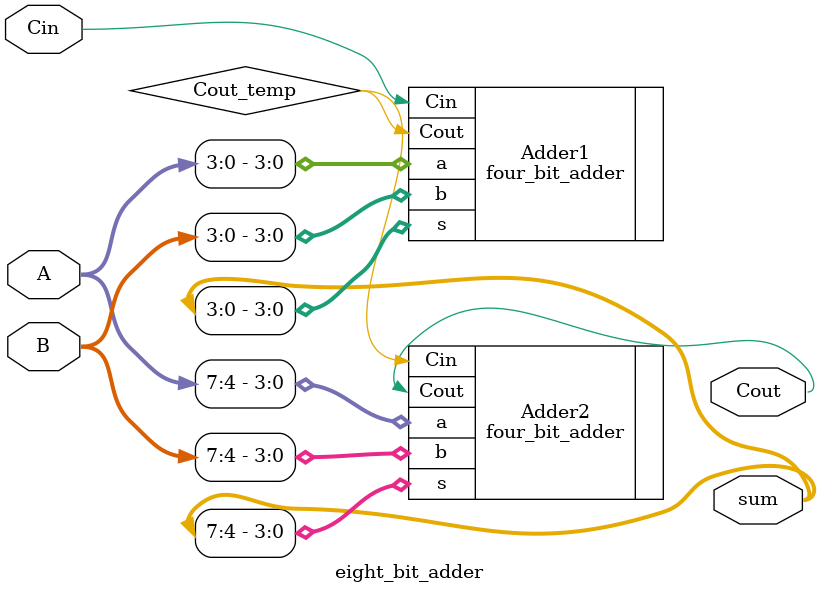
<source format=sv>
`timescale 1ns / 1ps

module eight_bit_adder(
input logic [7:0]A,
input logic [7:0]B,
input logic Cin,
output logic Cout,
output logic [7:0]sum
    );

logic Cout_temp;


four_bit_adder Adder1 (.a(A[3:0]), .b(B[3:0]), .Cin(Cin), .Cout(Cout_temp), .s(sum[3:0]));
four_bit_adder Adder2 (.a(A[7:4]), .b(B[7:4]), .Cin(Cout_temp), .Cout(Cout), .s(sum[7:4]));



endmodule
</source>
